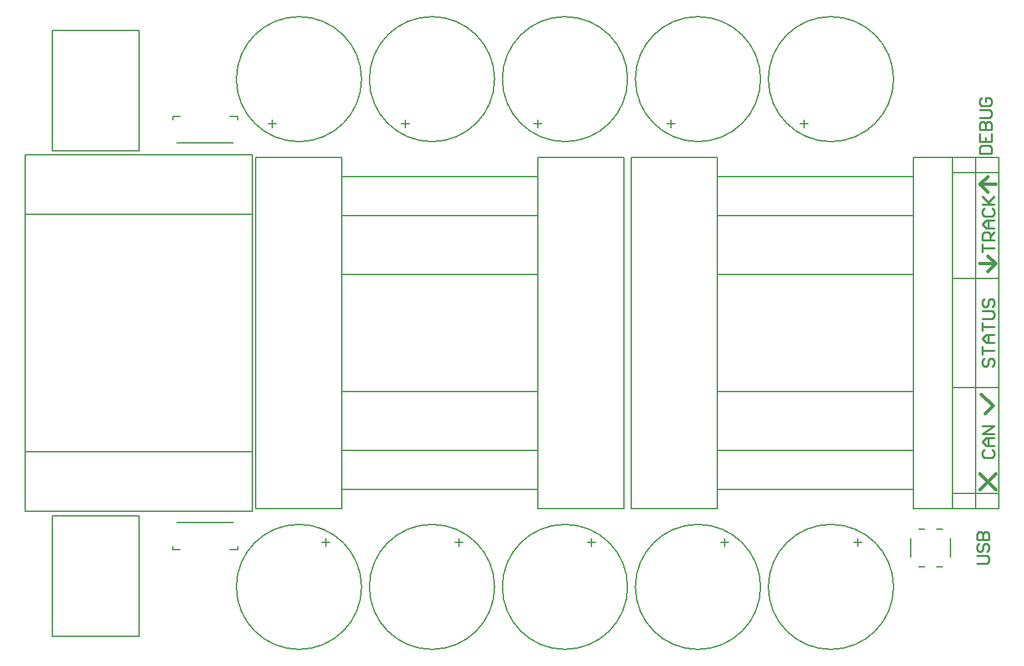
<source format=gto>
G04 Layer_Color=65535*
%FSLAX44Y44*%
%MOMM*%
G71*
G01*
G75*
%ADD15C,0.2000*%
%ADD22C,0.4000*%
%ADD35C,0.2540*%
D15*
X430000Y-325000D02*
G03*
X430000Y-325000I-80000J0D01*
G01*
X770000D02*
G03*
X770000Y-325000I-80000J0D01*
G01*
X940000D02*
G03*
X940000Y-325000I-80000J0D01*
G01*
X1110000D02*
G03*
X1110000Y-325000I-80000J0D01*
G01*
X600000D02*
G03*
X600000Y-325000I-80000J0D01*
G01*
Y325000D02*
G03*
X600000Y325000I-80000J0D01*
G01*
X770000D02*
G03*
X770000Y325000I-80000J0D01*
G01*
X940000D02*
G03*
X940000Y325000I-80000J0D01*
G01*
X1110000D02*
G03*
X1110000Y325000I-80000J0D01*
G01*
X430000D02*
G03*
X430000Y325000I-80000J0D01*
G01*
X405000Y-200000D02*
Y220000D01*
X655000Y-200000D02*
Y220000D01*
X765000Y-225000D02*
Y225000D01*
X655000Y-225000D02*
X765000D01*
X655000D02*
Y-200000D01*
X405000D02*
X655000D01*
X405000Y-225000D02*
Y-200000D01*
X295000Y-225000D02*
X405000D01*
X295000D02*
Y225000D01*
X405000D01*
Y200000D02*
Y225000D01*
Y200000D02*
X655000D01*
Y225000D01*
X765000D01*
X405000Y75000D02*
X655000D01*
X405000Y-75000D02*
X655000D01*
X405000Y150000D02*
X655000D01*
X405000Y-150000D02*
X655000D01*
X885000Y-200000D02*
Y220000D01*
X1135000Y-200000D02*
Y220000D01*
X1245000Y-225000D02*
Y225000D01*
X1135000Y-225000D02*
X1245000D01*
X1135000D02*
Y-200000D01*
X885000D02*
X1135000D01*
X885000Y-225000D02*
Y-200000D01*
X775000Y-225000D02*
X885000D01*
X775000D02*
Y225000D01*
X885000D01*
Y200000D02*
Y225000D01*
Y200000D02*
X1135000D01*
Y225000D01*
X1245000D01*
X885000Y75000D02*
X1135000D01*
X885000Y-75000D02*
X1135000D01*
X885000Y150000D02*
X1135000D01*
X885000Y-150000D02*
X1135000D01*
X35000Y233500D02*
Y310500D01*
Y233500D02*
X146000D01*
Y310500D01*
Y387500D01*
X35000D02*
X146000D01*
X35000Y310500D02*
Y387500D01*
Y-388000D02*
Y-311000D01*
Y-388000D02*
X146000D01*
Y-311000D01*
Y-234000D01*
X35000D02*
X146000D01*
X35000Y-311000D02*
Y-234000D01*
X1165400Y-251000D02*
X1172400D01*
X1165400Y-299000D02*
X1172400D01*
X1142400Y-251000D02*
X1149400D01*
X1142400Y-299000D02*
X1149400D01*
X1132400Y-287000D02*
Y-263000D01*
X1182400Y-287000D02*
Y-263000D01*
X194000Y-243000D02*
X266000D01*
X188500Y-277000D02*
X198500D01*
X188500D02*
Y-273000D01*
X261500Y-277000D02*
X271500D01*
Y-273000D01*
X194000Y243000D02*
X266000D01*
X261500Y277000D02*
X271500D01*
Y273000D02*
Y277000D01*
X188500D02*
X198500D01*
X188500Y273000D02*
Y277000D01*
X0Y152300D02*
X290000D01*
X0Y-228300D02*
Y228300D01*
X290000Y-228300D02*
Y228300D01*
X0Y-152300D02*
X290000D01*
X0Y228300D02*
X290000D01*
X0Y-228300D02*
X290000D01*
X384300Y-273380D02*
Y-263220D01*
X379220Y-268300D02*
X389380D01*
X724300Y-273380D02*
Y-263220D01*
X719220Y-268300D02*
X729380D01*
X894300Y-273380D02*
Y-263220D01*
X889220Y-268300D02*
X899380D01*
X1064300Y-273380D02*
Y-263220D01*
X1059220Y-268300D02*
X1069380D01*
X554300Y-273380D02*
Y-263220D01*
X549220Y-268300D02*
X559380D01*
X485700Y263220D02*
Y273380D01*
X480620Y268300D02*
X490780D01*
X655700Y263220D02*
Y273380D01*
X650620Y268300D02*
X660780D01*
X825700Y263220D02*
Y273380D01*
X820620Y268300D02*
X830780D01*
X995700Y263220D02*
Y273380D01*
X990620Y268300D02*
X1000780D01*
X315700Y263220D02*
Y273380D01*
X310620Y268300D02*
X320780D01*
X1185000Y-225000D02*
Y225000D01*
Y70000D02*
X1245000D01*
X1185000Y-70000D02*
X1245000D01*
X1185000Y205000D02*
X1245000D01*
X1215000Y-225000D02*
Y225000D01*
X1185000Y-205000D02*
X1245000D01*
D22*
X1220000Y89000D02*
X1240000D01*
X1230000Y79000D02*
X1240000Y89000D01*
X1230000Y99000D02*
X1240000Y89000D01*
X1220000Y190500D02*
X1230000Y180500D01*
X1220000Y190500D02*
X1230000Y200500D01*
X1220000Y190500D02*
X1240000D01*
X1220000Y-200000D02*
X1240000Y-180000D01*
X1220000D02*
X1240000Y-200000D01*
X1227000Y-103000D02*
X1237000Y-93000D01*
X1222000Y-78000D02*
X1237000Y-93000D01*
D35*
X1226304Y-32843D02*
X1223765Y-35382D01*
Y-40461D01*
X1226304Y-43000D01*
X1228843D01*
X1231383Y-40461D01*
Y-35382D01*
X1233922Y-32843D01*
X1236461D01*
X1239000Y-35382D01*
Y-40461D01*
X1236461Y-43000D01*
X1223765Y-27765D02*
Y-17608D01*
Y-22687D01*
X1239000D01*
Y-12530D02*
X1228843D01*
X1223765Y-7452D01*
X1228843Y-2373D01*
X1239000D01*
X1231383D01*
Y-12530D01*
X1223765Y2705D02*
Y12862D01*
Y7784D01*
X1239000D01*
X1223765Y17940D02*
X1236461D01*
X1239000Y20480D01*
Y25558D01*
X1236461Y28097D01*
X1223765D01*
X1226304Y43332D02*
X1223765Y40793D01*
Y35715D01*
X1226304Y33175D01*
X1228843D01*
X1231383Y35715D01*
Y40793D01*
X1233922Y43332D01*
X1236461D01*
X1239000Y40793D01*
Y35715D01*
X1236461Y33175D01*
X1226304Y-149843D02*
X1223765Y-152382D01*
Y-157461D01*
X1226304Y-160000D01*
X1236461D01*
X1239000Y-157461D01*
Y-152382D01*
X1236461Y-149843D01*
X1239000Y-144765D02*
X1228843D01*
X1223765Y-139687D01*
X1228843Y-134608D01*
X1239000D01*
X1231383D01*
Y-144765D01*
X1239000Y-129530D02*
X1223765D01*
X1239000Y-119373D01*
X1223765D01*
Y104000D02*
Y114157D01*
Y109078D01*
X1239000D01*
Y119235D02*
X1223765D01*
Y126853D01*
X1226304Y129392D01*
X1231383D01*
X1233922Y126853D01*
Y119235D01*
Y124313D02*
X1239000Y129392D01*
Y134470D02*
X1228843D01*
X1223765Y139549D01*
X1228843Y144627D01*
X1239000D01*
X1231383D01*
Y134470D01*
X1226304Y159862D02*
X1223765Y157323D01*
Y152244D01*
X1226304Y149705D01*
X1236461D01*
X1239000Y152244D01*
Y157323D01*
X1236461Y159862D01*
X1223765Y164940D02*
X1239000D01*
X1233922D01*
X1223765Y175097D01*
X1231383Y167479D01*
X1239000Y175097D01*
X1220265Y230000D02*
X1235500D01*
Y237617D01*
X1232961Y240157D01*
X1222804D01*
X1220265Y237617D01*
Y230000D01*
Y255392D02*
Y245235D01*
X1235500D01*
Y255392D01*
X1227883Y245235D02*
Y250313D01*
X1220265Y260470D02*
X1235500D01*
Y268088D01*
X1232961Y270627D01*
X1230422D01*
X1227883Y268088D01*
Y260470D01*
Y268088D01*
X1225343Y270627D01*
X1222804D01*
X1220265Y268088D01*
Y260470D01*
Y275705D02*
X1232961D01*
X1235500Y278244D01*
Y283323D01*
X1232961Y285862D01*
X1220265D01*
X1222804Y301097D02*
X1220265Y298558D01*
Y293479D01*
X1222804Y290940D01*
X1232961D01*
X1235500Y293479D01*
Y298558D01*
X1232961Y301097D01*
X1227883D01*
Y296019D01*
X1216765Y-295000D02*
X1229461D01*
X1232000Y-292461D01*
Y-287383D01*
X1229461Y-284843D01*
X1216765D01*
X1219304Y-269608D02*
X1216765Y-272147D01*
Y-277226D01*
X1219304Y-279765D01*
X1221843D01*
X1224382Y-277226D01*
Y-272147D01*
X1226922Y-269608D01*
X1229461D01*
X1232000Y-272147D01*
Y-277226D01*
X1229461Y-279765D01*
X1216765Y-264530D02*
X1232000D01*
Y-256912D01*
X1229461Y-254373D01*
X1226922D01*
X1224382Y-256912D01*
Y-264530D01*
Y-256912D01*
X1221843Y-254373D01*
X1219304D01*
X1216765Y-256912D01*
Y-264530D01*
M02*

</source>
